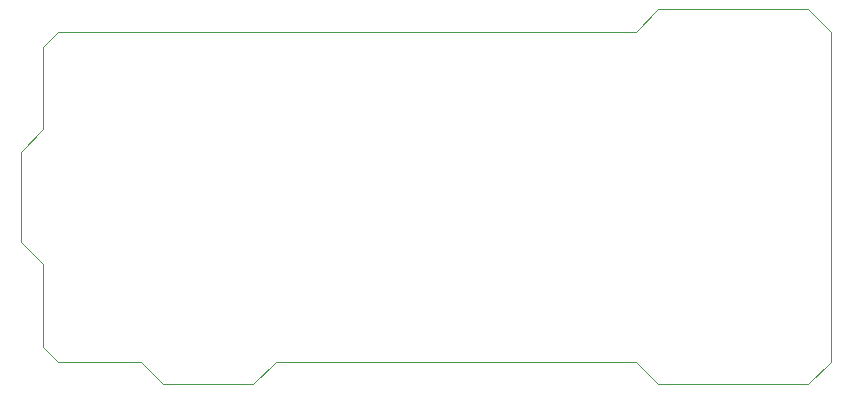
<source format=gm1>
G04 #@! TF.GenerationSoftware,KiCad,Pcbnew,6.0.9-8da3e8f707~116~ubuntu20.04.1*
G04 #@! TF.CreationDate,2023-03-26T17:56:33+00:00*
G04 #@! TF.ProjectId,LEC011001,4c454330-3131-4303-9031-2e6b69636164,rev?*
G04 #@! TF.SameCoordinates,Original*
G04 #@! TF.FileFunction,Profile,NP*
%FSLAX46Y46*%
G04 Gerber Fmt 4.6, Leading zero omitted, Abs format (unit mm)*
G04 Created by KiCad (PCBNEW 6.0.9-8da3e8f707~116~ubuntu20.04.1) date 2023-03-26 17:56:33*
%MOMM*%
%LPD*%
G01*
G04 APERTURE LIST*
G04 #@! TA.AperFunction,Profile*
%ADD10C,0.050000*%
G04 #@! TD*
G04 APERTURE END LIST*
D10*
X144780000Y-59055000D02*
X146685000Y-57150000D01*
X80010000Y-55245000D02*
X80010000Y-55880000D01*
X130175000Y-29210000D02*
X81915000Y-29210000D01*
X146685000Y-57150000D02*
X146685000Y-29210000D01*
X80010000Y-30480000D02*
X80010000Y-37465000D01*
X80010000Y-55880000D02*
X81280000Y-57150000D01*
X146685000Y-29210000D02*
X144780000Y-27305000D01*
X97790000Y-59055000D02*
X99695000Y-57150000D01*
X80010000Y-37465000D02*
X78105000Y-39370000D01*
X81280000Y-29210000D02*
X80010000Y-30480000D01*
X130175000Y-57150000D02*
X132080000Y-59055000D01*
X132080000Y-27305000D02*
X130175000Y-29210000D01*
X78105000Y-46990000D02*
X80010000Y-48895000D01*
X99695000Y-57150000D02*
X130175000Y-57150000D01*
X81915000Y-29210000D02*
X81280000Y-29210000D01*
X88265000Y-57150000D02*
X90170000Y-59055000D01*
X81280000Y-57150000D02*
X88265000Y-57150000D01*
X132080000Y-59055000D02*
X144780000Y-59055000D01*
X90170000Y-59055000D02*
X97790000Y-59055000D01*
X144780000Y-27305000D02*
X132080000Y-27305000D01*
X80010000Y-48895000D02*
X80010000Y-55245000D01*
X78105000Y-39370000D02*
X78105000Y-46990000D01*
M02*

</source>
